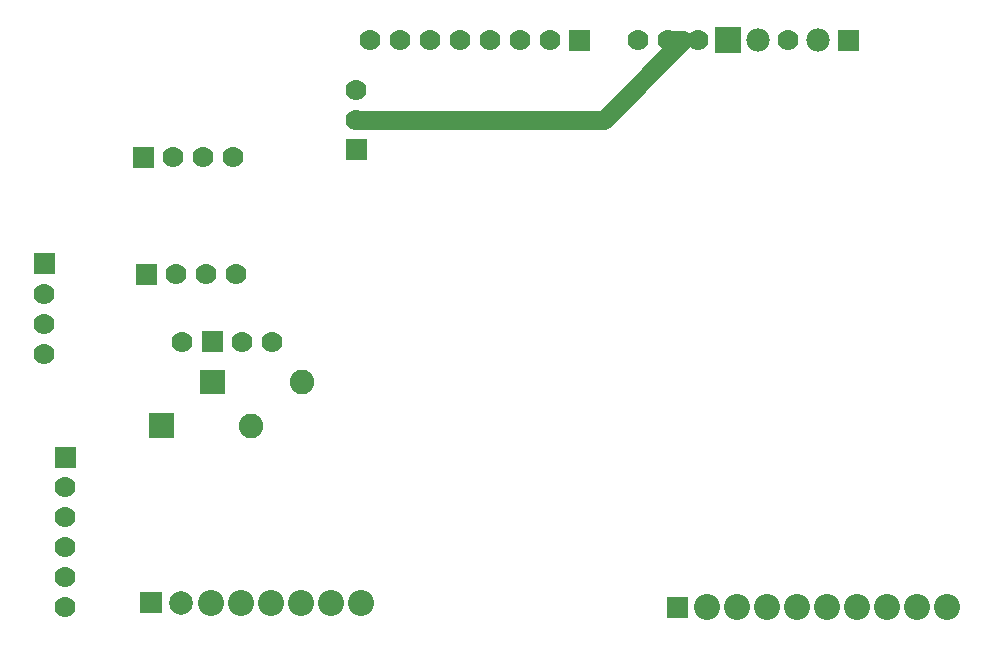
<source format=gbs>
G04 Layer: BottomSolderMaskLayer*
G04 EasyEDA v6.3.43, 2020-05-24T14:32:55--3:00*
G04 a60beb115e6d4cc6af766ae4472ff299,4133ba2459604e99bbbe5cdf154db1fe,10*
G04 Gerber Generator version 0.2*
G04 Scale: 100 percent, Rotated: No, Reflected: No *
G04 Dimensions in millimeters *
G04 leading zeros omitted , absolute positions ,3 integer and 3 decimal *
%FSLAX33Y33*%
%MOMM*%
G90*
G71D02*

%ADD29C,1.778000*%
%ADD31C,1.974799*%
%ADD34C,2.003196*%
%ADD35C,2.203196*%
%ADD37C,2.082800*%
%ADD39C,1.601597*%

%LPD*%
G54D39*
G01X60195Y52070D02*
G01X61465Y52070D01*
G01X54734Y45339D01*
G01X33779Y45339D01*
G54D29*
G01X9141Y4064D03*
G01X9141Y6604D03*
G01X9141Y9144D03*
G01X9141Y11684D03*
G01X9141Y14224D03*
G36*
G01X8252Y15875D02*
G01X8252Y17653D01*
G01X10030Y17653D01*
G01X10030Y15875D01*
G01X8252Y15875D01*
G37*
G36*
G01X74546Y51181D02*
G01X74546Y52959D01*
G01X76324Y52959D01*
G01X76324Y51181D01*
G01X74546Y51181D01*
G37*
G54D31*
G01X72895Y52070D03*
G54D29*
G01X70355Y52070D03*
G54D31*
G01X67815Y52070D03*
G36*
G01X64172Y50967D02*
G01X64172Y53172D01*
G01X66377Y53172D01*
G01X66377Y50967D01*
G01X64172Y50967D01*
G37*
G54D29*
G01X62735Y52070D03*
G01X60195Y52070D03*
G01X57655Y52070D03*
G36*
G01X51813Y51181D02*
G01X51813Y52959D01*
G01X53591Y52959D01*
G01X53591Y51181D01*
G01X51813Y51181D01*
G37*
G01X50162Y52070D03*
G01X47622Y52070D03*
G01X45082Y52070D03*
G01X42542Y52070D03*
G01X40002Y52070D03*
G01X37462Y52070D03*
G01X34922Y52070D03*
G36*
G01X15478Y3543D02*
G01X15478Y5346D01*
G01X17281Y5346D01*
G01X17281Y3543D01*
G01X15478Y3543D01*
G37*
G54D34*
G01X18920Y4445D03*
G54D35*
G01X21460Y4445D03*
G01X24000Y4445D03*
G01X26540Y4445D03*
G01X29080Y4445D03*
G01X31620Y4445D03*
G01X34160Y4445D03*
G54D29*
G01X33779Y47879D03*
G01X33779Y45339D03*
G36*
G01X32915Y41935D02*
G01X32915Y43662D01*
G01X34642Y43662D01*
G01X34642Y41935D01*
G01X32915Y41935D01*
G37*
G54D35*
G01X83817Y4064D03*
G01X81277Y4064D03*
G01X78737Y4064D03*
G01X76197Y4064D03*
G01X73657Y4064D03*
G01X71117Y4064D03*
G01X68577Y4064D03*
G01X66037Y4064D03*
G01X63497Y4064D03*
G36*
G01X60068Y3175D02*
G01X60068Y4953D01*
G01X61846Y4953D01*
G01X61846Y3175D01*
G01X60068Y3175D01*
G37*
G54D29*
G01X26667Y26543D03*
G01X24127Y26543D03*
G36*
G01X20698Y25654D02*
G01X20698Y27432D01*
G01X22476Y27432D01*
G01X22476Y25654D01*
G01X20698Y25654D01*
G37*
G01X19047Y26543D03*
G36*
G01X14856Y41275D02*
G01X14856Y43053D01*
G01X16634Y43053D01*
G01X16634Y41275D01*
G01X14856Y41275D01*
G37*
G01X18285Y42164D03*
G01X20825Y42164D03*
G01X23365Y42164D03*
G36*
G01X15110Y31369D02*
G01X15110Y33147D01*
G01X16888Y33147D01*
G01X16888Y31369D01*
G01X15110Y31369D01*
G37*
G01X18539Y32258D03*
G01X21079Y32258D03*
G01X23619Y32258D03*
G36*
G01X6474Y32258D02*
G01X6474Y34036D01*
G01X8252Y34036D01*
G01X8252Y32258D01*
G01X6474Y32258D01*
G37*
G01X7363Y30607D03*
G01X7363Y28067D03*
G01X7363Y25527D03*
G54D37*
G01X29207Y23114D03*
G36*
G01X20545Y22072D02*
G01X20545Y24155D01*
G01X22628Y24155D01*
G01X22628Y22072D01*
G01X20545Y22072D01*
G37*
G01X24889Y19431D03*
G36*
G01X16227Y18389D02*
G01X16227Y20472D01*
G01X18310Y20472D01*
G01X18310Y18389D01*
G01X16227Y18389D01*
G37*
M00*
M02*

</source>
